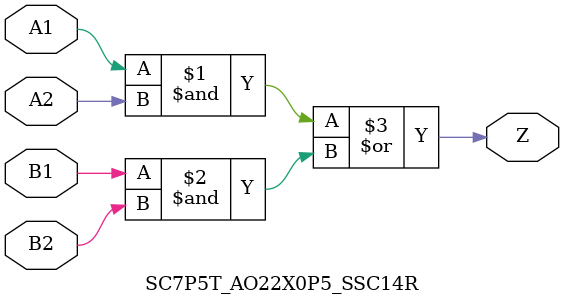
<source format=sv>
module SC7P5T_AO22X0P5_SSC14R ( 
input logic  A1,
input logic  A2, 
input logic  B1, 
input logic  B2, 
output logic  Z);  
assign Z = ((A1 & A2) | (B1 & B2)); 
endmodule 


</source>
